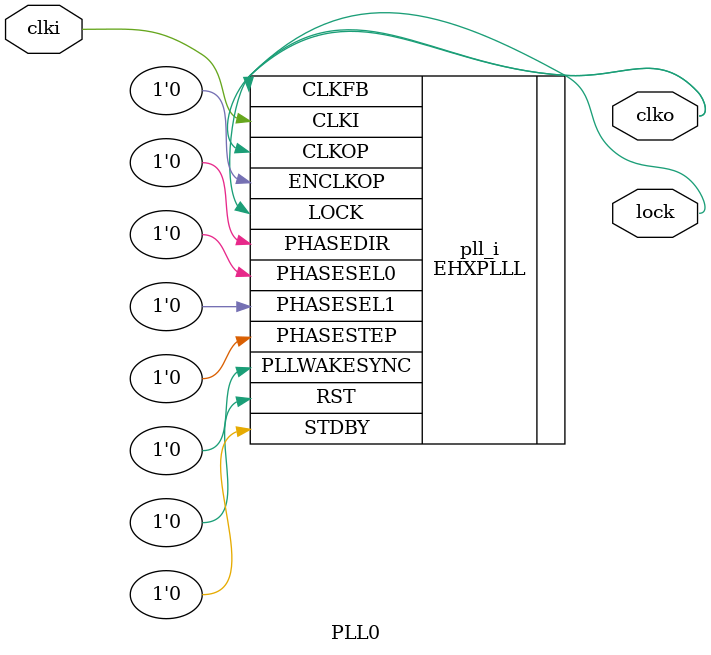
<source format=v>
module PLL0(
  input  clki,
  output clko,
  output lock
);
  (* ICP_CURRENT="12" *) (* LPF_RESISTOR="8" *) (* MFG_ENABLE_FILTEROPAMP="1" *) (* MFG_GMCREF_SEL="2" *)

  EHXPLLL #(
    .PLLRST_ENA("DISABLED"),
    .INTFB_WAKE("DISABLED"),
    .STDBY_ENABLE("DISABLED"),
    .DPHASE_SOURCE("DISABLED"),
    .CLKOP_FPHASE(0),
    .CLKOP_CPHASE(11),
    .OUTDIVIDER_MUXA("DIVA"),
    .CLKOP_ENABLE("ENABLED"),
    .CLKOP_DIV(12),
    .CLKFB_DIV(10),
    .CLKI_DIV(5),
    .FEEDBK_PATH("CLKOP")
  ) pll_i (
    .CLKI(clki),
    .CLKFB(clko),
    .CLKOP(clko),
    .LOCK(lock),
    .RST(1'b0),
    .STDBY(1'b0),
    .PHASESEL0(1'b0),
    .PHASESEL1(1'b0),
    .PHASEDIR(1'b0),
    .PHASESTEP(1'b0),
    .PLLWAKESYNC(1'b0),
    .ENCLKOP(1'b0)
  );

endmodule

</source>
